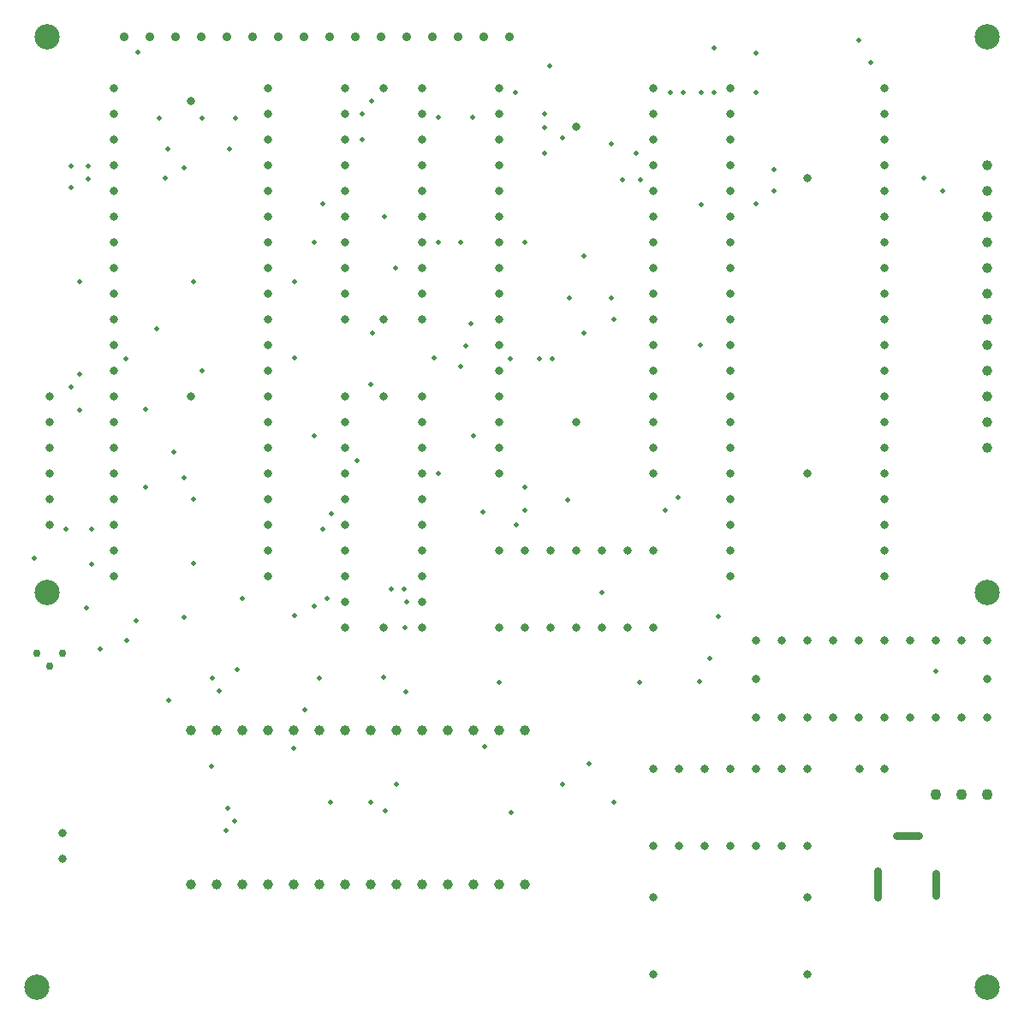
<source format=gbr>
%TF.GenerationSoftware,Novarm,DipTrace,4.3.0.5*%
%TF.CreationDate,2023-08-31T12:43:11+01:00*%
%FSLAX26Y26*%
%MOIN*%
%TF.FileFunction,Plated,1,2,PTH,Drill*%
%TF.Part,Single*%
%TA.AperFunction,ComponentDrill*%
%ADD14C,0.03937*%
%TA.AperFunction,ViaDrill*%
%ADD34C,0.019121*%
%TA.AperFunction,ComponentDrill*%
%ADD35C,0.031496*%
%ADD36C,0.098425*%
%ADD37C,0.029528*%
%ADD38C,0.043307*%
%ADD39C,0.035433*%
G75*
G01*
D35*
X2513386Y4018110D3*
Y3918110D3*
Y3818110D3*
Y3718110D3*
Y3618110D3*
Y3518110D3*
Y3418110D3*
Y3318110D3*
Y3218110D3*
Y3118110D3*
Y3018110D3*
Y2918110D3*
Y2818110D3*
Y2718110D3*
Y2618110D3*
Y2518110D3*
X3113386D3*
Y2618110D3*
Y2718110D3*
Y2818110D3*
Y2918110D3*
Y3018110D3*
Y3118110D3*
Y3218110D3*
Y3318110D3*
Y3418110D3*
Y3518110D3*
Y3618110D3*
Y3718110D3*
Y3818110D3*
Y3918110D3*
Y4018110D3*
X1613386Y2118110D3*
Y2218110D3*
Y2318110D3*
Y2418110D3*
Y2518110D3*
Y2618110D3*
Y2718110D3*
Y2818110D3*
Y2918110D3*
Y3018110D3*
Y3118110D3*
Y3218110D3*
Y3318110D3*
Y3418110D3*
Y3518110D3*
Y3618110D3*
Y3718110D3*
Y3818110D3*
Y3918110D3*
Y4018110D3*
X1013386D3*
Y3918110D3*
Y3818110D3*
Y3718110D3*
Y3618110D3*
Y3518110D3*
Y3418110D3*
Y3318110D3*
Y3218110D3*
Y3118110D3*
Y3018110D3*
Y2918110D3*
Y2818110D3*
Y2718110D3*
Y2618110D3*
Y2518110D3*
Y2418110D3*
Y2318110D3*
Y2218110D3*
Y2118110D3*
D36*
X4413386Y518110D3*
D14*
X1313386Y918110D3*
X1413386D3*
X1513386D3*
X1613386D3*
X1713386D3*
X1813386D3*
X1913386D3*
X2013386D3*
X2113386D3*
X2213386D3*
X2313386D3*
X2413386D3*
X2513386D3*
X2613386D3*
Y1518110D3*
X2513386D3*
X2413386D3*
X2313386D3*
X2213386D3*
X2113386D3*
X2013386D3*
X1913386D3*
X1813386D3*
X1713386D3*
X1613386D3*
X1513386D3*
X1413386D3*
X1313386D3*
D35*
X3513386Y1568110D3*
X3613386D3*
X3713386D3*
X3813386D3*
X3913386D3*
X4013386D3*
X4113386D3*
X4213386D3*
X4313386D3*
X4413386D3*
Y1868110D3*
X4313386D3*
X4213386D3*
X4113386D3*
X4013386D3*
X3913386D3*
X3813386D3*
X3713386D3*
X3613386D3*
X3513386D3*
X3513189Y1717717D3*
X4413189D3*
X2063780Y1917913D3*
Y2817913D3*
X3113386Y568110D3*
X3713386D3*
Y868110D3*
X3113386D3*
X3914961Y1368110D3*
X4013386D3*
X3985039Y969291D2*
Y866929D1*
X4213386Y961417D2*
Y874803D1*
X4059843Y1107087D2*
X4146457D1*
D36*
X713386Y518110D3*
D14*
X4413386Y2618110D3*
Y2718110D3*
Y2818110D3*
Y2918110D3*
Y3018110D3*
Y3118110D3*
Y3218110D3*
Y3318110D3*
Y3418110D3*
Y3518110D3*
Y3618110D3*
Y3718110D3*
D35*
X4013386Y2118110D3*
Y2218110D3*
Y2318110D3*
Y2418110D3*
Y2518110D3*
Y2618110D3*
Y2718110D3*
Y2818110D3*
Y2918110D3*
Y3018110D3*
Y3118110D3*
Y3218110D3*
Y3318110D3*
Y3418110D3*
Y3518110D3*
Y3618110D3*
Y3718110D3*
Y3818110D3*
Y3918110D3*
Y4018110D3*
X3413386D3*
Y3918110D3*
Y3818110D3*
Y3718110D3*
Y3618110D3*
Y3518110D3*
Y3418110D3*
Y3318110D3*
Y3218110D3*
Y3118110D3*
Y3018110D3*
Y2918110D3*
Y2818110D3*
Y2718110D3*
Y2618110D3*
Y2518110D3*
Y2418110D3*
Y2318110D3*
Y2218110D3*
Y2118110D3*
D37*
X813386Y1818110D3*
X763386Y1768110D3*
X713386Y1818110D3*
D35*
X763386Y2318110D3*
Y2418110D3*
Y2518110D3*
Y2618110D3*
Y2718110D3*
Y2818110D3*
X2813386Y3868110D3*
Y2718110D3*
X2213386Y1918110D3*
Y2018110D3*
Y2118110D3*
Y2218110D3*
Y2318110D3*
Y2418110D3*
Y2518110D3*
Y2618110D3*
Y2718110D3*
Y2818110D3*
X1913386D3*
Y2718110D3*
Y2618110D3*
Y2518110D3*
Y2418110D3*
Y2318110D3*
Y2218110D3*
Y2118110D3*
Y2018110D3*
Y1918110D3*
X3113386Y1068110D3*
X3213386D3*
X3313386D3*
X3413386D3*
X3513386D3*
X3613386D3*
X3713386D3*
Y1368110D3*
X3613386D3*
X3513386D3*
X3413386D3*
X3313386D3*
X3213386D3*
X3113386D3*
X2513386Y1918110D3*
X2613386D3*
X2713386D3*
X2813386D3*
X2913386D3*
X3013386D3*
X3113386D3*
Y2218110D3*
X3013386D3*
X2913386D3*
X2813386D3*
X2713386D3*
X2613386D3*
X2513386D3*
X1313386Y2818110D3*
Y3968110D3*
X2213386Y3118110D3*
Y3218110D3*
Y3318110D3*
Y3418110D3*
Y3518110D3*
Y3618110D3*
Y3718110D3*
Y3818110D3*
Y3918110D3*
Y4018110D3*
X1913386D3*
Y3918110D3*
Y3818110D3*
Y3718110D3*
Y3618110D3*
Y3518110D3*
Y3418110D3*
Y3318110D3*
Y3218110D3*
Y3118110D3*
D38*
X4213386Y1268110D3*
X4313386D3*
X4413386D3*
D35*
X2063780Y3117913D3*
Y4017913D3*
D36*
X753543Y4218110D3*
Y2054331D3*
D39*
X1253543Y4218110D3*
X2453543D3*
X2553543D3*
D36*
X4413386D3*
Y2054331D3*
D39*
X1053543Y4218110D3*
X1153543D3*
X1353543D3*
X1453543D3*
X1553543D3*
X1653543D3*
X1753543D3*
X1853543D3*
X1953543D3*
X2053543D3*
X2153543D3*
X2253543D3*
X2353543D3*
D35*
X3713386Y3668110D3*
Y2518110D3*
X813386Y1116535D3*
Y1018110D3*
D34*
X1286811Y1957799D3*
X2063779Y1723268D3*
X1860791Y2361485D3*
X2403795Y3099138D3*
X3293272Y1708504D3*
X1286811Y2499138D3*
X1188307Y3899138D3*
X2456500Y1455319D3*
X1491264Y1754729D3*
X1485240Y3899138D3*
X1356657D3*
X2579335Y2318819D3*
X1356657Y2918114D3*
X2959649Y3118114D3*
Y1238461D3*
X1856500D3*
X1791264Y1999138D3*
X904646Y1992563D3*
X879177Y2764374D3*
Y2902721D3*
Y3264374D3*
X1321894D3*
X2013386Y1238461D3*
X1394413Y1719965D3*
X1813386D3*
X2862799Y1387362D3*
X1287130Y3707209D3*
X2148153Y1668819D3*
X3959646Y4118823D3*
X2688232Y3918111D3*
Y3764374D3*
X3047441D3*
X2408071Y3902288D3*
X2274728D3*
X2757760Y3824736D3*
X4213386Y1746296D3*
X2759649Y1307988D3*
X2113386D3*
X2383622Y3013906D3*
X1177772Y3079449D3*
X1448153Y1128859D3*
X2017520Y3967524D3*
X1756500Y1595988D3*
X1713386Y1447044D3*
X913941Y3664374D3*
X702047Y2185748D3*
X1097559Y1942721D3*
X1226460Y1635359D3*
X1212535Y3667524D3*
X3179335Y3999138D3*
X2708374Y4103744D3*
X1421736Y1670122D3*
X3062520Y3661485D3*
X2992992D3*
X1321575Y2418111D3*
Y2167524D3*
X2913386Y2052937D3*
X3298697Y3564374D3*
Y3999138D3*
X2142677Y2068705D3*
X2448149Y2368662D3*
X1456500Y1213945D3*
X1463941Y3779453D3*
X1223071D3*
X2067838Y1203697D3*
X2559649Y1196992D3*
X1483398Y1164103D3*
X1104602Y4158193D3*
X2556760Y2964374D3*
X2667835D3*
X1959646Y2567957D3*
X2717677Y2964374D3*
X913941Y3714217D3*
X844413D3*
Y3629611D3*
Y2852878D3*
X1247299Y2599138D3*
X1391264Y1377516D3*
X2779020Y2414217D3*
X2614098Y3418823D3*
X2574728Y3999138D3*
X2513386Y1703583D3*
X3059649D3*
X3159649Y2375441D3*
X2614098D3*
Y2464374D3*
X3514094Y3999138D3*
Y4153587D3*
X2413386Y2664374D3*
X3229177Y3999138D3*
X2010953Y2864374D3*
X3348539Y3999138D3*
Y4173272D3*
X1717244Y1964374D3*
X2152043Y2018111D3*
X2259646Y2968666D3*
X1717244Y3264374D3*
X1059646Y2964374D3*
X1717244Y2968666D3*
X2020405Y3064374D3*
X2110039Y3318111D3*
X2363937Y3418111D3*
X2274724D3*
X2363937Y2933902D3*
X2067086Y3518111D3*
X1826027Y2299138D3*
X2092835Y2068705D3*
X1977874Y3818111D3*
X1826027Y3567524D3*
X1791264Y2664374D3*
X1977874Y3918111D3*
X1791264Y3416150D3*
X3208464Y2424894D3*
X2787205Y3199138D3*
X2948153D3*
Y3799138D3*
X2688232Y3864374D3*
X2274724Y2518114D3*
X3913386Y4203425D3*
X4239964Y3618111D3*
X4166583Y3667524D3*
X3514094Y3567524D3*
X924331Y2164374D3*
Y2299138D3*
X824728D3*
X3297445Y3018111D3*
X1062795Y1867248D3*
X2144803Y1918111D3*
X3583622Y3699138D3*
Y3617362D3*
X3366972Y1959477D3*
X959094Y1832485D3*
X1510949Y2029611D3*
X1841106D3*
X2843118Y3364374D3*
Y3064374D3*
X1137248Y2767524D3*
Y2464374D3*
X3332209Y1797721D3*
M02*

</source>
